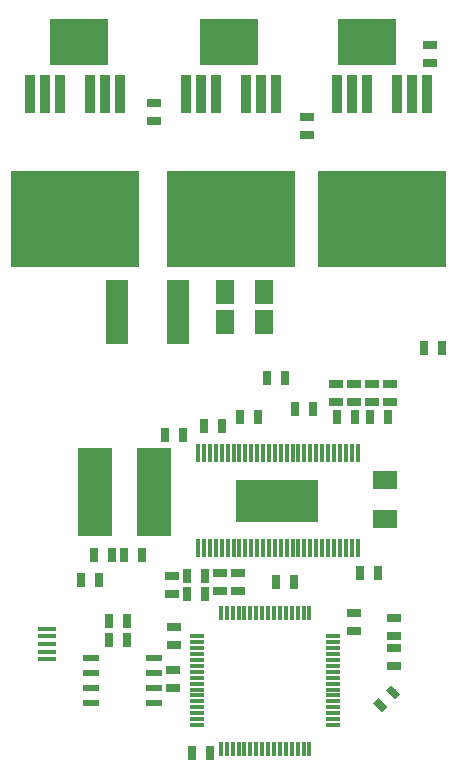
<source format=gtp>
G04 #@! TF.GenerationSoftware,KiCad,Pcbnew,(5.1.2)-1*
G04 #@! TF.CreationDate,2021-03-05T10:29:45+00:00*
G04 #@! TF.ProjectId,BLDC_4,424c4443-5f34-42e6-9b69-6361645f7063,A*
G04 #@! TF.SameCoordinates,Original*
G04 #@! TF.FileFunction,Paste,Top*
G04 #@! TF.FilePolarity,Positive*
%FSLAX46Y46*%
G04 Gerber Fmt 4.6, Leading zero omitted, Abs format (unit mm)*
G04 Created by KiCad (PCBNEW (5.1.2)-1) date 2021-03-05 10:29:45*
%MOMM*%
%LPD*%
G04 APERTURE LIST*
%ADD10R,1.500000X0.450000*%
%ADD11R,10.800080X8.150860*%
%ADD12R,0.899160X3.200400*%
%ADD13R,1.849120X5.499100*%
%ADD14R,2.997200X7.498080*%
%ADD15R,5.000000X4.000000*%
%ADD16R,0.300000X1.300480*%
%ADD17R,1.300480X0.300000*%
%ADD18R,0.299720X1.501140*%
%ADD19R,7.000240X3.599180*%
%ADD20R,1.524000X2.032000*%
%ADD21R,2.032000X1.524000*%
%ADD22R,0.635000X1.143000*%
%ADD23R,1.143000X0.635000*%
%ADD24R,1.399540X0.599440*%
%ADD25C,0.635000*%
%ADD26C,0.150000*%
G04 APERTURE END LIST*
D10*
X82363500Y-126658500D03*
X82363500Y-129258500D03*
X82363500Y-127308500D03*
X82363500Y-128608500D03*
X82363500Y-127958500D03*
D11*
X84709000Y-92006420D03*
D12*
X88519000Y-81404460D03*
X87249000Y-81404460D03*
X85979000Y-81404460D03*
X83439000Y-81404460D03*
X82169000Y-81404460D03*
X80899000Y-81404460D03*
D13*
X93472000Y-99822000D03*
X88320880Y-99822000D03*
D14*
X91399360Y-115062000D03*
X86400640Y-115062000D03*
D15*
X85090000Y-76962000D03*
X97790000Y-76962000D03*
X109474000Y-76962000D03*
D11*
X110744000Y-92006420D03*
D12*
X114554000Y-81404460D03*
X113284000Y-81404460D03*
X112014000Y-81404460D03*
X109474000Y-81404460D03*
X108204000Y-81404460D03*
X106934000Y-81404460D03*
D11*
X97917000Y-92006420D03*
D12*
X101727000Y-81404460D03*
X100457000Y-81404460D03*
X99187000Y-81404460D03*
X96647000Y-81404460D03*
X95377000Y-81404460D03*
X94107000Y-81404460D03*
D16*
X98587560Y-136814560D03*
X99087940Y-136814560D03*
X99588320Y-136814560D03*
X100088700Y-136814560D03*
X100589080Y-136814560D03*
X97088960Y-136814560D03*
X97586800Y-136814560D03*
X98087180Y-136814560D03*
D17*
X106588560Y-134813040D03*
X106588560Y-134315200D03*
X106588560Y-133814820D03*
X106588560Y-133314440D03*
X106588560Y-132814060D03*
X106588560Y-132313680D03*
X106588560Y-131813300D03*
X106588560Y-131312920D03*
D16*
X104587040Y-125313440D03*
X104089200Y-125313440D03*
X103588820Y-125313440D03*
X103088440Y-125313440D03*
X102588060Y-125313440D03*
X102087680Y-125313440D03*
X101587300Y-125313440D03*
X101086920Y-125313440D03*
D17*
X95087440Y-127314960D03*
X95087440Y-127812800D03*
X95087440Y-128313180D03*
X95087440Y-128813560D03*
X95087440Y-129313940D03*
X95087440Y-129814320D03*
X95087440Y-130314700D03*
X95087440Y-130815080D03*
D16*
X101086920Y-136814560D03*
X101587300Y-136814560D03*
X102087680Y-136814560D03*
D17*
X106588560Y-130815080D03*
X106588560Y-130314700D03*
X106588560Y-129814320D03*
D16*
X100589080Y-125313440D03*
X100088700Y-125313440D03*
X99588320Y-125313440D03*
D17*
X95087440Y-131312920D03*
X95087440Y-131813300D03*
X95087440Y-132313680D03*
D16*
X102588060Y-136814560D03*
X103088440Y-136814560D03*
X103588820Y-136814560D03*
X104089200Y-136814560D03*
X104587040Y-136814560D03*
D17*
X106588560Y-129313940D03*
X106588560Y-128813560D03*
X106588560Y-128313180D03*
X106588560Y-127812800D03*
X106588560Y-127314960D03*
D16*
X99087940Y-125313440D03*
X98587560Y-125313440D03*
X98087180Y-125313440D03*
X97586800Y-125313440D03*
X97088960Y-125313440D03*
D17*
X95087440Y-132814060D03*
X95087440Y-133314440D03*
X95087440Y-133814820D03*
X95087440Y-134315200D03*
X95087440Y-134813040D03*
D18*
X104157780Y-111823500D03*
X103657400Y-111823500D03*
X103157020Y-111823500D03*
X102656640Y-111823500D03*
X102156260Y-111823500D03*
X101658420Y-111823500D03*
X101158040Y-111823500D03*
X100657660Y-111823500D03*
X100157280Y-111823500D03*
X99656900Y-111823500D03*
X99156520Y-111823500D03*
X108656120Y-111823500D03*
X108158280Y-111823500D03*
X107657900Y-111823500D03*
X103157020Y-119824500D03*
X106657140Y-111823500D03*
X106156760Y-111823500D03*
X105656380Y-111823500D03*
X105158540Y-111823500D03*
X104658160Y-111823500D03*
X100657660Y-119824500D03*
X101158040Y-119824500D03*
X101658420Y-119824500D03*
X102156260Y-119824500D03*
X102656640Y-119824500D03*
X107157520Y-111823500D03*
X103657400Y-119824500D03*
X104157780Y-119824500D03*
X104658160Y-119824500D03*
X105158540Y-119824500D03*
X105656380Y-119824500D03*
X106156760Y-119824500D03*
X106657140Y-119824500D03*
X95158560Y-119824500D03*
X95656400Y-119824500D03*
X96156780Y-119824500D03*
X96657160Y-119824500D03*
X97157540Y-119824500D03*
X97657920Y-119824500D03*
X98158300Y-119824500D03*
X98656140Y-119824500D03*
X99156520Y-119824500D03*
X99656900Y-119824500D03*
X100157280Y-119824500D03*
X107157520Y-119824500D03*
X107657900Y-119824500D03*
X108158280Y-119824500D03*
X108656120Y-119824500D03*
X98656140Y-111823500D03*
X98158300Y-111823500D03*
X97657920Y-111823500D03*
X97157540Y-111823500D03*
X96657160Y-111823500D03*
X96156780Y-111823500D03*
X95656400Y-111823500D03*
X95158560Y-111823500D03*
D19*
X101854000Y-115824000D03*
D20*
X97409000Y-100711000D03*
X100711000Y-100711000D03*
X97409000Y-98171000D03*
X100711000Y-98171000D03*
D21*
X110998000Y-117348000D03*
X110998000Y-114046000D03*
D22*
X114300000Y-102870000D03*
X115824000Y-102870000D03*
D23*
X111760000Y-129794000D03*
X111760000Y-128270000D03*
D22*
X86360000Y-120396000D03*
X87884000Y-120396000D03*
X88900000Y-120396000D03*
X90424000Y-120396000D03*
X94234000Y-123698000D03*
X95758000Y-123698000D03*
D23*
X97028000Y-121920000D03*
X97028000Y-123444000D03*
D22*
X92329000Y-110236000D03*
X93853000Y-110236000D03*
D23*
X114808000Y-78740000D03*
X114808000Y-77216000D03*
X104394000Y-83312000D03*
X104394000Y-84836000D03*
X91440000Y-82169000D03*
X91440000Y-83693000D03*
X106807000Y-105918000D03*
X106807000Y-107442000D03*
X108331000Y-105918000D03*
X108331000Y-107442000D03*
X109855000Y-105918000D03*
X109855000Y-107442000D03*
X111379000Y-105918000D03*
X111379000Y-107442000D03*
D22*
X89154000Y-125984000D03*
X87630000Y-125984000D03*
X89162000Y-127635000D03*
X87638000Y-127635000D03*
X86762000Y-122500000D03*
X85238000Y-122500000D03*
D24*
X86133000Y-132955000D03*
X91467000Y-132955000D03*
X86133000Y-131685000D03*
X86133000Y-130415000D03*
X86133000Y-129145000D03*
X91467000Y-131685000D03*
X91467000Y-130415000D03*
X91467000Y-129145000D03*
D23*
X93000000Y-130188000D03*
X93000000Y-131712000D03*
X111760000Y-125730000D03*
X111760000Y-127254000D03*
D22*
X109728000Y-108712000D03*
X111252000Y-108712000D03*
X94615000Y-137160000D03*
X96139000Y-137160000D03*
X106934000Y-108712000D03*
X108458000Y-108712000D03*
X104902000Y-108077000D03*
X103378000Y-108077000D03*
X102489000Y-105410000D03*
X100965000Y-105410000D03*
X100203000Y-108712000D03*
X98679000Y-108712000D03*
X97155000Y-109474000D03*
X95631000Y-109474000D03*
X110363000Y-121920000D03*
X108839000Y-121920000D03*
X101727000Y-122682000D03*
X103251000Y-122682000D03*
D23*
X92964000Y-122174000D03*
X92964000Y-123698000D03*
D22*
X94234000Y-122174000D03*
X95758000Y-122174000D03*
D23*
X93091000Y-128016000D03*
X93091000Y-126492000D03*
X98552000Y-123444000D03*
X98552000Y-121920000D03*
D25*
X110586185Y-133126815D03*
D26*
G36*
X110765790Y-133755433D02*
G01*
X109957567Y-132947210D01*
X110406580Y-132498197D01*
X111214803Y-133306420D01*
X110765790Y-133755433D01*
X110765790Y-133755433D01*
G37*
D25*
X111663815Y-132049185D03*
D26*
G36*
X111843420Y-132677803D02*
G01*
X111035197Y-131869580D01*
X111484210Y-131420567D01*
X112292433Y-132228790D01*
X111843420Y-132677803D01*
X111843420Y-132677803D01*
G37*
D23*
X108331000Y-125349000D03*
X108331000Y-126873000D03*
M02*

</source>
